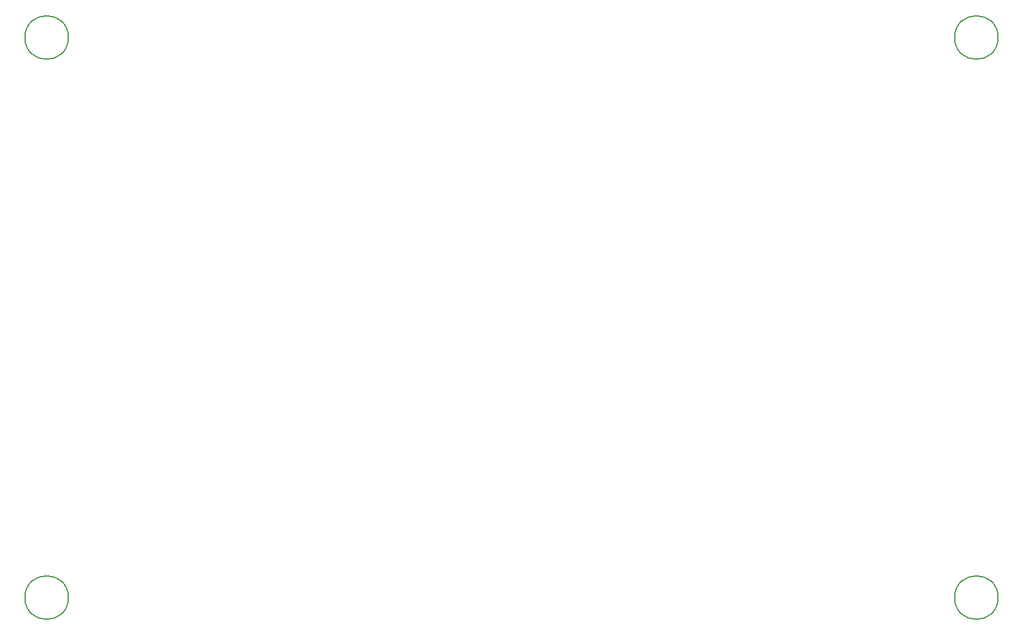
<source format=gbr>
%TF.GenerationSoftware,KiCad,Pcbnew,(5.1.10-1-10_14)*%
%TF.CreationDate,2021-08-16T01:31:51-04:00*%
%TF.ProjectId,sound,736f756e-642e-46b6-9963-61645f706362,rev?*%
%TF.SameCoordinates,Original*%
%TF.FileFunction,Other,Comment*%
%FSLAX46Y46*%
G04 Gerber Fmt 4.6, Leading zero omitted, Abs format (unit mm)*
G04 Created by KiCad (PCBNEW (5.1.10-1-10_14)) date 2021-08-16 01:31:51*
%MOMM*%
%LPD*%
G01*
G04 APERTURE LIST*
%ADD10C,0.150000*%
G04 APERTURE END LIST*
D10*
%TO.C,REF\u002A\u002A*%
X267160000Y-105410000D02*
G75*
G03*
X267160000Y-105410000I-3000000J0D01*
G01*
X267160000Y-28194000D02*
G75*
G03*
X267160000Y-28194000I-3000000J0D01*
G01*
X138890000Y-28194000D02*
G75*
G03*
X138890000Y-28194000I-3000000J0D01*
G01*
X138890000Y-105410000D02*
G75*
G03*
X138890000Y-105410000I-3000000J0D01*
G01*
%TD*%
M02*

</source>
